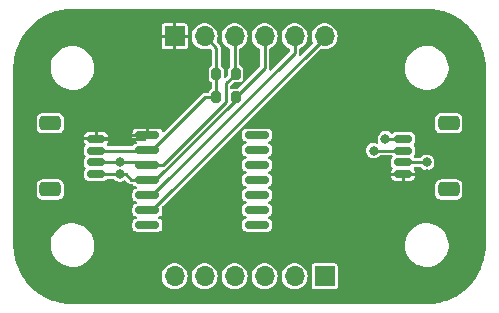
<source format=gbr>
%TF.GenerationSoftware,KiCad,Pcbnew,7.0.6*%
%TF.CreationDate,2023-09-04T11:25:06+01:00*%
%TF.ProjectId,working,776f726b-696e-4672-9e6b-696361645f70,rev?*%
%TF.SameCoordinates,Original*%
%TF.FileFunction,Copper,L1,Top*%
%TF.FilePolarity,Positive*%
%FSLAX46Y46*%
G04 Gerber Fmt 4.6, Leading zero omitted, Abs format (unit mm)*
G04 Created by KiCad (PCBNEW 7.0.6) date 2023-09-04 11:25:06*
%MOMM*%
%LPD*%
G01*
G04 APERTURE LIST*
G04 Aperture macros list*
%AMRoundRect*
0 Rectangle with rounded corners*
0 $1 Rounding radius*
0 $2 $3 $4 $5 $6 $7 $8 $9 X,Y pos of 4 corners*
0 Add a 4 corners polygon primitive as box body*
4,1,4,$2,$3,$4,$5,$6,$7,$8,$9,$2,$3,0*
0 Add four circle primitives for the rounded corners*
1,1,$1+$1,$2,$3*
1,1,$1+$1,$4,$5*
1,1,$1+$1,$6,$7*
1,1,$1+$1,$8,$9*
0 Add four rect primitives between the rounded corners*
20,1,$1+$1,$2,$3,$4,$5,0*
20,1,$1+$1,$4,$5,$6,$7,0*
20,1,$1+$1,$6,$7,$8,$9,0*
20,1,$1+$1,$8,$9,$2,$3,0*%
G04 Aperture macros list end*
%TA.AperFunction,SMDPad,CuDef*%
%ADD10RoundRect,0.200000X-0.200000X-0.275000X0.200000X-0.275000X0.200000X0.275000X-0.200000X0.275000X0*%
%TD*%
%TA.AperFunction,ComponentPad*%
%ADD11R,1.700000X1.700000*%
%TD*%
%TA.AperFunction,ComponentPad*%
%ADD12O,1.700000X1.700000*%
%TD*%
%TA.AperFunction,SMDPad,CuDef*%
%ADD13RoundRect,0.150000X-0.625000X0.150000X-0.625000X-0.150000X0.625000X-0.150000X0.625000X0.150000X0*%
%TD*%
%TA.AperFunction,SMDPad,CuDef*%
%ADD14RoundRect,0.250000X-0.650000X0.350000X-0.650000X-0.350000X0.650000X-0.350000X0.650000X0.350000X0*%
%TD*%
%TA.AperFunction,SMDPad,CuDef*%
%ADD15RoundRect,0.150000X0.625000X-0.150000X0.625000X0.150000X-0.625000X0.150000X-0.625000X-0.150000X0*%
%TD*%
%TA.AperFunction,SMDPad,CuDef*%
%ADD16RoundRect,0.250000X0.650000X-0.350000X0.650000X0.350000X-0.650000X0.350000X-0.650000X-0.350000X0*%
%TD*%
%TA.AperFunction,SMDPad,CuDef*%
%ADD17RoundRect,0.150000X-0.875000X-0.150000X0.875000X-0.150000X0.875000X0.150000X-0.875000X0.150000X0*%
%TD*%
%TA.AperFunction,ViaPad*%
%ADD18C,0.800000*%
%TD*%
%TA.AperFunction,Conductor*%
%ADD19C,0.250000*%
%TD*%
G04 APERTURE END LIST*
D10*
%TO.P,R1,2*%
%TO.N,/sda_3v3*%
X-1175000Y7000000D03*
%TO.P,R1,1*%
%TO.N,+3V3*%
X-2825000Y7000000D03*
%TD*%
%TO.P,R2,2*%
%TO.N,/scl_3v3*%
X-1175000Y5000000D03*
%TO.P,R2,1*%
%TO.N,+3V3*%
X-2825000Y5000000D03*
%TD*%
D11*
%TO.P,J3,1,Pin_1*%
%TO.N,GND*%
X-6350000Y10160000D03*
D12*
%TO.P,J3,2,Pin_2*%
%TO.N,+3V3*%
X-3810000Y10160000D03*
%TO.P,J3,3,Pin_3*%
%TO.N,/sda_3v3*%
X-1270000Y10160000D03*
%TO.P,J3,4,Pin_4*%
%TO.N,/scl_3v3*%
X1270000Y10160000D03*
%TO.P,J3,5,Pin_5*%
%TO.N,/cs*%
X3810000Y10160000D03*
%TO.P,J3,6,Pin_6*%
%TO.N,/address*%
X6350000Y10160000D03*
%TD*%
D13*
%TO.P,J2,1,Pin_1*%
%TO.N,GND*%
X-13000000Y1500000D03*
%TO.P,J2,2,Pin_2*%
%TO.N,+3V3*%
X-13000000Y500000D03*
%TO.P,J2,3,Pin_3*%
%TO.N,/sda_3v3*%
X-13000000Y-500000D03*
%TO.P,J2,4,Pin_4*%
%TO.N,/scl_3v3*%
X-13000000Y-1500000D03*
D14*
%TO.P,J2,MP*%
%TO.N,N/C*%
X-16875000Y2800000D03*
X-16875000Y-2800000D03*
%TD*%
D11*
%TO.P,J4,1,Pin_1*%
%TO.N,unconnected-(J4-Pin_1-Pad1)*%
X6350000Y-10160000D03*
D12*
%TO.P,J4,2,Pin_2*%
%TO.N,unconnected-(J4-Pin_2-Pad2)*%
X3810000Y-10160000D03*
%TO.P,J4,3,Pin_3*%
%TO.N,unconnected-(J4-Pin_3-Pad3)*%
X1270000Y-10160000D03*
%TO.P,J4,4,Pin_4*%
%TO.N,unconnected-(J4-Pin_4-Pad4)*%
X-1270000Y-10160000D03*
%TO.P,J4,5,Pin_5*%
%TO.N,unconnected-(J4-Pin_5-Pad5)*%
X-3810000Y-10160000D03*
%TO.P,J4,6,Pin_6*%
%TO.N,unconnected-(J4-Pin_6-Pad6)*%
X-6350000Y-10160000D03*
%TD*%
D15*
%TO.P,J1,1,Pin_1*%
%TO.N,GND*%
X13000000Y-1500000D03*
%TO.P,J1,2,Pin_2*%
%TO.N,+3V3*%
X13000000Y-500000D03*
%TO.P,J1,3,Pin_3*%
%TO.N,/sda_3v3*%
X13000000Y500000D03*
%TO.P,J1,4,Pin_4*%
%TO.N,/scl_3v3*%
X13000000Y1500000D03*
D16*
%TO.P,J1,MP*%
%TO.N,N/C*%
X16875000Y-2800000D03*
X16875000Y2800000D03*
%TD*%
D17*
%TO.P,U1,1,___gnd*%
%TO.N,GND*%
X-8650000Y1810000D03*
%TO.P,U1,2,___3v3*%
%TO.N,+3V3*%
X-8650000Y540000D03*
%TO.P,U1,3,___sda_3v3*%
%TO.N,/sda_3v3*%
X-8650000Y-730000D03*
%TO.P,U1,4,___scl_3v3*%
%TO.N,/scl_3v3*%
X-8650000Y-2000000D03*
%TO.P,U1,5,___cs*%
%TO.N,/cs*%
X-8650000Y-3270000D03*
%TO.P,U1,6,___address*%
%TO.N,/address*%
X-8650000Y-4540000D03*
%TO.P,U1,7,___pin_7*%
%TO.N,unconnected-(U1-___pin_7-Pad7)*%
X-8650000Y-5810000D03*
%TO.P,U1,8,___pin_8*%
%TO.N,unconnected-(U1-___pin_8-Pad8)*%
X650000Y-5810000D03*
%TO.P,U1,9,___pin_9*%
%TO.N,unconnected-(U1-___pin_9-Pad9)*%
X650000Y-4540000D03*
%TO.P,U1,10,___pin_10*%
%TO.N,unconnected-(U1-___pin_10-Pad10)*%
X650000Y-3270000D03*
%TO.P,U1,11,___pin_11*%
%TO.N,unconnected-(U1-___pin_11-Pad11)*%
X650000Y-2000000D03*
%TO.P,U1,12,___pin_12*%
%TO.N,unconnected-(U1-___pin_12-Pad12)*%
X650000Y-730000D03*
%TO.P,U1,13,___pin_13*%
%TO.N,unconnected-(U1-___pin_13-Pad13)*%
X650000Y540000D03*
%TO.P,U1,14,___pin_14*%
%TO.N,unconnected-(U1-___pin_14-Pad14)*%
X650000Y1810000D03*
%TD*%
D18*
%TO.N,GND*%
X15000000Y-1500000D03*
%TO.N,+3V3*%
X15000000Y-500000D03*
%TO.N,/scl_3v3*%
X11500000Y1500000D03*
%TO.N,/sda_3v3*%
X10500000Y500000D03*
%TO.N,/scl_3v3*%
X-11000000Y-1500000D03*
%TO.N,/sda_3v3*%
X-11000000Y-500000D03*
%TD*%
D19*
%TO.N,+3V3*%
X-8223249Y540000D02*
X-3763249Y5000000D01*
X-3763249Y5000000D02*
X-2825000Y5000000D01*
X-8650000Y540000D02*
X-8223249Y540000D01*
%TO.N,/address*%
X6350000Y10033249D02*
X6350000Y10160000D01*
X-8223249Y-4540000D02*
X6350000Y10033249D01*
X-8650000Y-4540000D02*
X-8223249Y-4540000D01*
%TO.N,/cs*%
X3810000Y8763249D02*
X3810000Y10160000D01*
X-8650000Y-3270000D02*
X-8223249Y-3270000D01*
X-8223249Y-3270000D02*
X3810000Y8763249D01*
%TO.N,GND*%
X13000000Y-1500000D02*
X15000000Y-1500000D01*
%TO.N,+3V3*%
X13000000Y-500000D02*
X15000000Y-500000D01*
%TO.N,/scl_3v3*%
X13000000Y1500000D02*
X11500000Y1500000D01*
%TO.N,/sda_3v3*%
X10500000Y500000D02*
X13000000Y500000D01*
%TO.N,/scl_3v3*%
X-10000000Y-2000000D02*
X-8650000Y-2000000D01*
X-10500000Y-1500000D02*
X-10000000Y-2000000D01*
X-13000000Y-1500000D02*
X-10500000Y-1500000D01*
%TO.N,/sda_3v3*%
X-8880000Y-500000D02*
X-8650000Y-730000D01*
X-13000000Y-500000D02*
X-8880000Y-500000D01*
%TO.N,+3V3*%
X-8690000Y500000D02*
X-8650000Y540000D01*
X-13000000Y500000D02*
X-8690000Y500000D01*
%TO.N,GND*%
X-8960000Y1500000D02*
X-8650000Y1810000D01*
X-13000000Y1500000D02*
X-8960000Y1500000D01*
%TO.N,/scl_3v3*%
X-1175000Y4796142D02*
X-1175000Y5000000D01*
X-7971142Y-2000000D02*
X-1175000Y4796142D01*
X-8650000Y-2000000D02*
X-7971142Y-2000000D01*
%TO.N,/sda_3v3*%
X-2000000Y6175000D02*
X-1175000Y7000000D01*
X-2000000Y4607538D02*
X-2000000Y6175000D01*
X-7337538Y-730000D02*
X-2000000Y4607538D01*
X-8650000Y-730000D02*
X-7337538Y-730000D01*
%TO.N,/scl_3v3*%
X1270000Y7445000D02*
X1270000Y10160000D01*
X-1175000Y5000000D02*
X1270000Y7445000D01*
%TO.N,/sda_3v3*%
X-1270000Y7095000D02*
X-1270000Y10160000D01*
X-1175000Y7000000D02*
X-1270000Y7095000D01*
%TO.N,+3V3*%
X-2825000Y7000000D02*
X-2825000Y5000000D01*
X-2825000Y9175000D02*
X-2825000Y7000000D01*
X-3810000Y10160000D02*
X-2825000Y9175000D01*
%TD*%
%TA.AperFunction,Conductor*%
%TO.N,GND*%
G36*
X15217271Y12490513D02*
G01*
X15416421Y12481817D01*
X15420386Y12481484D01*
X15636680Y12454524D01*
X15837736Y12428053D01*
X15841434Y12427423D01*
X16054173Y12382818D01*
X16252959Y12338748D01*
X16256371Y12337863D01*
X16464503Y12275899D01*
X16659043Y12214559D01*
X16662152Y12213464D01*
X16864433Y12134536D01*
X17053118Y12056380D01*
X17055915Y12055118D01*
X17250992Y11959751D01*
X17432327Y11865354D01*
X17434809Y11863970D01*
X17621382Y11752797D01*
X17793940Y11642864D01*
X17796107Y11641402D01*
X17972918Y11515162D01*
X18135352Y11390521D01*
X18137211Y11389023D01*
X18303059Y11248557D01*
X18454895Y11109425D01*
X18609425Y10954895D01*
X18748557Y10803059D01*
X18889023Y10637211D01*
X18890521Y10635352D01*
X19015162Y10472918D01*
X19141402Y10296107D01*
X19142864Y10293940D01*
X19252797Y10121382D01*
X19363970Y9934809D01*
X19365354Y9932327D01*
X19459751Y9750992D01*
X19555118Y9555915D01*
X19556380Y9553118D01*
X19634536Y9364433D01*
X19713464Y9162152D01*
X19714559Y9159043D01*
X19775899Y8964503D01*
X19837863Y8756371D01*
X19838748Y8752959D01*
X19882818Y8554173D01*
X19927423Y8341434D01*
X19928053Y8337736D01*
X19954524Y8136680D01*
X19981484Y7920386D01*
X19981817Y7916421D01*
X19990513Y7717271D01*
X19999500Y7500000D01*
X19999500Y-7500000D01*
X19990513Y-7717271D01*
X19981817Y-7916421D01*
X19981484Y-7920386D01*
X19954524Y-8136680D01*
X19928053Y-8337736D01*
X19927423Y-8341434D01*
X19882818Y-8554173D01*
X19838748Y-8752959D01*
X19837863Y-8756371D01*
X19775899Y-8964503D01*
X19714559Y-9159043D01*
X19713464Y-9162152D01*
X19634536Y-9364433D01*
X19556380Y-9553118D01*
X19555118Y-9555915D01*
X19459751Y-9750992D01*
X19365354Y-9932327D01*
X19363970Y-9934809D01*
X19252797Y-10121382D01*
X19142864Y-10293940D01*
X19141402Y-10296107D01*
X19015162Y-10472918D01*
X18890521Y-10635352D01*
X18889023Y-10637211D01*
X18748557Y-10803059D01*
X18609425Y-10954895D01*
X18454895Y-11109425D01*
X18303059Y-11248557D01*
X18137211Y-11389023D01*
X18135352Y-11390521D01*
X17972918Y-11515162D01*
X17796107Y-11641402D01*
X17793940Y-11642864D01*
X17621382Y-11752797D01*
X17434809Y-11863970D01*
X17432327Y-11865354D01*
X17250992Y-11959751D01*
X17055915Y-12055118D01*
X17053118Y-12056380D01*
X16864433Y-12134536D01*
X16662152Y-12213464D01*
X16659043Y-12214559D01*
X16464503Y-12275899D01*
X16256371Y-12337863D01*
X16252959Y-12338748D01*
X16054173Y-12382818D01*
X15841434Y-12427423D01*
X15837736Y-12428053D01*
X15636680Y-12454524D01*
X15420386Y-12481484D01*
X15416421Y-12481817D01*
X15217271Y-12490513D01*
X15000000Y-12499500D01*
X-15000000Y-12499500D01*
X-15217271Y-12490513D01*
X-15416421Y-12481817D01*
X-15420386Y-12481484D01*
X-15636680Y-12454524D01*
X-15837736Y-12428053D01*
X-15841434Y-12427423D01*
X-16054173Y-12382818D01*
X-16252959Y-12338748D01*
X-16256371Y-12337863D01*
X-16464503Y-12275899D01*
X-16659043Y-12214559D01*
X-16662152Y-12213464D01*
X-16864433Y-12134536D01*
X-17053118Y-12056380D01*
X-17055915Y-12055118D01*
X-17250992Y-11959751D01*
X-17432327Y-11865354D01*
X-17434809Y-11863970D01*
X-17621382Y-11752797D01*
X-17793940Y-11642864D01*
X-17796107Y-11641402D01*
X-17972918Y-11515162D01*
X-18135352Y-11390521D01*
X-18137211Y-11389023D01*
X-18303059Y-11248557D01*
X-18454895Y-11109425D01*
X-18609425Y-10954895D01*
X-18748557Y-10803059D01*
X-18889023Y-10637211D01*
X-18890521Y-10635352D01*
X-19015162Y-10472918D01*
X-19141402Y-10296107D01*
X-19142864Y-10293940D01*
X-19228194Y-10160000D01*
X-7455215Y-10160000D01*
X-7436397Y-10363083D01*
X-7380582Y-10559250D01*
X-7289673Y-10741821D01*
X-7166764Y-10904579D01*
X-7016041Y-11041981D01*
X-6842637Y-11149348D01*
X-6652456Y-11223024D01*
X-6451976Y-11260500D01*
X-6248024Y-11260500D01*
X-6047544Y-11223024D01*
X-5857363Y-11149348D01*
X-5683959Y-11041981D01*
X-5533236Y-10904579D01*
X-5410327Y-10741821D01*
X-5319418Y-10559250D01*
X-5263603Y-10363083D01*
X-5244785Y-10160000D01*
X-4915215Y-10160000D01*
X-4896397Y-10363083D01*
X-4840582Y-10559250D01*
X-4749673Y-10741821D01*
X-4626764Y-10904579D01*
X-4476041Y-11041981D01*
X-4302637Y-11149348D01*
X-4112456Y-11223024D01*
X-3911976Y-11260500D01*
X-3708024Y-11260500D01*
X-3507544Y-11223024D01*
X-3317363Y-11149348D01*
X-3143959Y-11041981D01*
X-2993236Y-10904579D01*
X-2870327Y-10741821D01*
X-2779418Y-10559250D01*
X-2723603Y-10363083D01*
X-2704785Y-10160000D01*
X-2375215Y-10160000D01*
X-2356397Y-10363083D01*
X-2300582Y-10559250D01*
X-2209673Y-10741821D01*
X-2086764Y-10904579D01*
X-1936041Y-11041981D01*
X-1762637Y-11149348D01*
X-1572456Y-11223024D01*
X-1371976Y-11260500D01*
X-1168024Y-11260500D01*
X-967544Y-11223024D01*
X-777363Y-11149348D01*
X-603959Y-11041981D01*
X-453236Y-10904579D01*
X-330327Y-10741821D01*
X-239418Y-10559250D01*
X-183603Y-10363083D01*
X-164785Y-10160000D01*
X164785Y-10160000D01*
X183603Y-10363083D01*
X239418Y-10559250D01*
X330327Y-10741821D01*
X453236Y-10904579D01*
X603959Y-11041981D01*
X777363Y-11149348D01*
X967544Y-11223024D01*
X1168024Y-11260500D01*
X1371976Y-11260500D01*
X1572456Y-11223024D01*
X1762637Y-11149348D01*
X1936041Y-11041981D01*
X2086764Y-10904579D01*
X2209673Y-10741821D01*
X2300582Y-10559250D01*
X2356397Y-10363083D01*
X2375215Y-10160000D01*
X2704785Y-10160000D01*
X2723603Y-10363083D01*
X2779418Y-10559250D01*
X2870327Y-10741821D01*
X2993236Y-10904579D01*
X3143959Y-11041981D01*
X3317363Y-11149348D01*
X3507544Y-11223024D01*
X3708024Y-11260500D01*
X3911976Y-11260500D01*
X4112456Y-11223024D01*
X4302637Y-11149348D01*
X4476041Y-11041981D01*
X4484059Y-11034672D01*
X5249500Y-11034672D01*
X5249501Y-11034684D01*
X5264033Y-11107736D01*
X5264035Y-11107742D01*
X5319397Y-11190599D01*
X5319399Y-11190601D01*
X5402260Y-11245966D01*
X5457808Y-11257015D01*
X5475315Y-11260498D01*
X5475320Y-11260498D01*
X5475326Y-11260500D01*
X5475327Y-11260500D01*
X7224673Y-11260500D01*
X7224674Y-11260500D01*
X7297740Y-11245966D01*
X7380601Y-11190601D01*
X7435966Y-11107740D01*
X7450500Y-11034674D01*
X7450500Y-9285326D01*
X7435966Y-9212260D01*
X7408165Y-9170652D01*
X7380602Y-9129400D01*
X7380599Y-9129397D01*
X7297742Y-9074035D01*
X7297740Y-9074034D01*
X7297737Y-9074033D01*
X7297736Y-9074033D01*
X7224684Y-9059501D01*
X7224674Y-9059500D01*
X5475326Y-9059500D01*
X5475325Y-9059500D01*
X5475315Y-9059501D01*
X5402263Y-9074033D01*
X5402257Y-9074035D01*
X5319400Y-9129397D01*
X5319397Y-9129400D01*
X5264035Y-9212257D01*
X5264033Y-9212263D01*
X5249501Y-9285315D01*
X5249500Y-9285327D01*
X5249500Y-11034672D01*
X4484059Y-11034672D01*
X4626764Y-10904579D01*
X4749673Y-10741821D01*
X4840582Y-10559250D01*
X4896397Y-10363083D01*
X4915215Y-10160000D01*
X4896397Y-9956917D01*
X4840582Y-9760750D01*
X4749673Y-9578179D01*
X4626764Y-9415421D01*
X4476041Y-9278019D01*
X4302637Y-9170652D01*
X4112456Y-9096976D01*
X4112455Y-9096975D01*
X4112453Y-9096975D01*
X3911976Y-9059500D01*
X3708024Y-9059500D01*
X3507546Y-9096975D01*
X3453161Y-9118044D01*
X3317363Y-9170652D01*
X3250164Y-9212260D01*
X3143959Y-9278019D01*
X2993237Y-9415420D01*
X2870328Y-9578177D01*
X2870323Y-9578186D01*
X2779419Y-9760747D01*
X2779418Y-9760750D01*
X2723603Y-9956917D01*
X2704785Y-10160000D01*
X2375215Y-10160000D01*
X2356397Y-9956917D01*
X2300582Y-9760750D01*
X2209673Y-9578179D01*
X2086764Y-9415421D01*
X1936041Y-9278019D01*
X1762637Y-9170652D01*
X1572456Y-9096976D01*
X1572455Y-9096975D01*
X1572453Y-9096975D01*
X1371976Y-9059500D01*
X1168024Y-9059500D01*
X967546Y-9096975D01*
X913161Y-9118044D01*
X777363Y-9170652D01*
X710164Y-9212260D01*
X603959Y-9278019D01*
X453237Y-9415420D01*
X330328Y-9578177D01*
X330323Y-9578186D01*
X239419Y-9760747D01*
X239418Y-9760750D01*
X183603Y-9956917D01*
X164785Y-10160000D01*
X-164785Y-10160000D01*
X-183603Y-9956917D01*
X-239418Y-9760750D01*
X-239419Y-9760747D01*
X-330323Y-9578186D01*
X-330328Y-9578177D01*
X-453237Y-9415420D01*
X-603959Y-9278019D01*
X-710164Y-9212260D01*
X-777363Y-9170652D01*
X-913161Y-9118044D01*
X-967546Y-9096975D01*
X-1168024Y-9059500D01*
X-1371976Y-9059500D01*
X-1572453Y-9096975D01*
X-1572455Y-9096975D01*
X-1572456Y-9096976D01*
X-1762637Y-9170652D01*
X-1936041Y-9278019D01*
X-2086764Y-9415421D01*
X-2209673Y-9578179D01*
X-2300582Y-9760750D01*
X-2356397Y-9956917D01*
X-2375215Y-10160000D01*
X-2704785Y-10160000D01*
X-2723603Y-9956917D01*
X-2779418Y-9760750D01*
X-2779419Y-9760747D01*
X-2870323Y-9578186D01*
X-2870328Y-9578177D01*
X-2993237Y-9415420D01*
X-3143959Y-9278019D01*
X-3250164Y-9212260D01*
X-3317363Y-9170652D01*
X-3453161Y-9118044D01*
X-3507546Y-9096975D01*
X-3708024Y-9059500D01*
X-3911976Y-9059500D01*
X-4112453Y-9096975D01*
X-4112455Y-9096975D01*
X-4112456Y-9096976D01*
X-4302637Y-9170652D01*
X-4476041Y-9278019D01*
X-4626764Y-9415421D01*
X-4749673Y-9578179D01*
X-4840582Y-9760750D01*
X-4896397Y-9956917D01*
X-4915215Y-10160000D01*
X-5244785Y-10160000D01*
X-5263603Y-9956917D01*
X-5319418Y-9760750D01*
X-5319419Y-9760747D01*
X-5410323Y-9578186D01*
X-5410328Y-9578177D01*
X-5533237Y-9415420D01*
X-5683959Y-9278019D01*
X-5790164Y-9212260D01*
X-5857363Y-9170652D01*
X-5993161Y-9118044D01*
X-6047546Y-9096975D01*
X-6248024Y-9059500D01*
X-6451976Y-9059500D01*
X-6652453Y-9096975D01*
X-6652455Y-9096975D01*
X-6652456Y-9096976D01*
X-6842637Y-9170652D01*
X-7016041Y-9278019D01*
X-7166764Y-9415421D01*
X-7289673Y-9578179D01*
X-7380582Y-9760750D01*
X-7436397Y-9956917D01*
X-7455215Y-10160000D01*
X-19228194Y-10160000D01*
X-19252797Y-10121382D01*
X-19363970Y-9934809D01*
X-19365354Y-9932327D01*
X-19459751Y-9750992D01*
X-19555118Y-9555915D01*
X-19556380Y-9553118D01*
X-19634536Y-9364433D01*
X-19713464Y-9162152D01*
X-19714559Y-9159043D01*
X-19775899Y-8964503D01*
X-19837863Y-8756371D01*
X-19838748Y-8752959D01*
X-19882818Y-8554173D01*
X-19927423Y-8341434D01*
X-19928053Y-8337736D01*
X-19954524Y-8136680D01*
X-19981484Y-7920386D01*
X-19981817Y-7916421D01*
X-19990513Y-7717271D01*
X-19996697Y-7567765D01*
X-16854212Y-7567765D01*
X-16824586Y-7837018D01*
X-16756072Y-8099088D01*
X-16650130Y-8348390D01*
X-16509018Y-8579610D01*
X-16335745Y-8787820D01*
X-16134002Y-8968582D01*
X-15908090Y-9118044D01*
X-15908086Y-9118045D01*
X-15908086Y-9118046D01*
X-15879258Y-9131559D01*
X-15662824Y-9233020D01*
X-15403431Y-9311060D01*
X-15236160Y-9335677D01*
X-15135440Y-9350500D01*
X-15135439Y-9350500D01*
X-14932367Y-9350500D01*
X-14864860Y-9345559D01*
X-14729844Y-9335677D01*
X-14465447Y-9276780D01*
X-14212442Y-9180014D01*
X-13976223Y-9047441D01*
X-13874096Y-8968582D01*
X-13761826Y-8881891D01*
X-13671129Y-8787818D01*
X-13573814Y-8686881D01*
X-13459469Y-8527057D01*
X-13416199Y-8466577D01*
X-13292342Y-8225671D01*
X-13204884Y-7969312D01*
X-13204881Y-7969301D01*
X-13155680Y-7702930D01*
X-13150741Y-7567765D01*
X13145788Y-7567765D01*
X13175414Y-7837020D01*
X13197209Y-7920386D01*
X13243928Y-8099088D01*
X13349870Y-8348390D01*
X13421999Y-8466577D01*
X13490983Y-8579612D01*
X13664253Y-8787818D01*
X13861445Y-8964503D01*
X13865998Y-8968582D01*
X14060064Y-9096975D01*
X14091913Y-9118046D01*
X14204133Y-9170652D01*
X14337176Y-9233020D01*
X14482628Y-9276780D01*
X14596555Y-9311056D01*
X14596559Y-9311057D01*
X14596569Y-9311060D01*
X14763840Y-9335677D01*
X14864560Y-9350500D01*
X14864561Y-9350500D01*
X15067633Y-9350500D01*
X15125495Y-9346264D01*
X15270156Y-9335677D01*
X15534553Y-9276780D01*
X15787558Y-9180014D01*
X16023777Y-9047441D01*
X16238177Y-8881888D01*
X16426186Y-8686881D01*
X16583799Y-8466579D01*
X16707656Y-8225675D01*
X16795118Y-7969305D01*
X16844319Y-7702933D01*
X16854212Y-7432235D01*
X16824586Y-7162982D01*
X16756072Y-6900912D01*
X16650130Y-6651610D01*
X16509018Y-6420390D01*
X16459177Y-6360500D01*
X16335746Y-6212181D01*
X16134007Y-6031422D01*
X16134004Y-6031420D01*
X16134002Y-6031418D01*
X15984489Y-5932501D01*
X15908086Y-5881953D01*
X15662822Y-5766979D01*
X15403444Y-5688943D01*
X15403428Y-5688939D01*
X15135440Y-5649500D01*
X15135439Y-5649500D01*
X14932369Y-5649500D01*
X14932367Y-5649500D01*
X14729848Y-5664322D01*
X14465450Y-5723219D01*
X14212439Y-5819987D01*
X13976219Y-5952561D01*
X13761826Y-6118108D01*
X13573814Y-6313119D01*
X13416199Y-6533422D01*
X13292342Y-6774328D01*
X13204884Y-7030687D01*
X13204881Y-7030698D01*
X13155680Y-7297069D01*
X13145788Y-7567765D01*
X-13150741Y-7567765D01*
X-13145788Y-7432232D01*
X-13175414Y-7162979D01*
X-13243927Y-6900914D01*
X-13349867Y-6651616D01*
X-13349870Y-6651610D01*
X-13490983Y-6420387D01*
X-13664253Y-6212181D01*
X-13865992Y-6031422D01*
X-14091913Y-5881953D01*
X-14337177Y-5766979D01*
X-14596555Y-5688943D01*
X-14596571Y-5688939D01*
X-14864560Y-5649500D01*
X-14864561Y-5649500D01*
X-15067631Y-5649500D01*
X-15067633Y-5649500D01*
X-15270151Y-5664322D01*
X-15270155Y-5664322D01*
X-15270156Y-5664323D01*
X-15534553Y-5723220D01*
X-15787558Y-5819986D01*
X-16023777Y-5952559D01*
X-16023778Y-5952560D01*
X-16023780Y-5952561D01*
X-16238173Y-6118108D01*
X-16238176Y-6118111D01*
X-16238177Y-6118112D01*
X-16426186Y-6313119D01*
X-16583799Y-6533421D01*
X-16707656Y-6774325D01*
X-16795118Y-7030695D01*
X-16844319Y-7297067D01*
X-16854212Y-7567765D01*
X-19996697Y-7567765D01*
X-19999500Y-7500000D01*
X-19999500Y-2402127D01*
X-18025500Y-2402127D01*
X-18025499Y-3197872D01*
X-18019091Y-3257483D01*
X-17968796Y-3392331D01*
X-17882546Y-3507546D01*
X-17767331Y-3593796D01*
X-17767329Y-3593796D01*
X-17767329Y-3593797D01*
X-17679305Y-3626627D01*
X-17632483Y-3644091D01*
X-17572873Y-3650500D01*
X-16177128Y-3650499D01*
X-16117517Y-3644091D01*
X-16117514Y-3644090D01*
X-15982670Y-3593797D01*
X-15867458Y-3507549D01*
X-15867457Y-3507548D01*
X-15867454Y-3507546D01*
X-15825511Y-3451518D01*
X-15781202Y-3392329D01*
X-15730910Y-3257488D01*
X-15730908Y-3257477D01*
X-15724500Y-3197870D01*
X-15724500Y-2402133D01*
X-15724501Y-2402129D01*
X-15730908Y-2342519D01*
X-15730909Y-2342514D01*
X-15781202Y-2207670D01*
X-15867450Y-2092458D01*
X-15867458Y-2092450D01*
X-15982670Y-2006202D01*
X-16117511Y-1955910D01*
X-16117522Y-1955908D01*
X-16158209Y-1951533D01*
X-16177127Y-1949500D01*
X-16177128Y-1949500D01*
X-16177129Y-1949500D01*
X-17572866Y-1949500D01*
X-17572869Y-1949500D01*
X-17572872Y-1949501D01*
X-17587229Y-1951044D01*
X-17632480Y-1955908D01*
X-17632485Y-1955909D01*
X-17767329Y-2006202D01*
X-17826503Y-2050500D01*
X-17882546Y-2092454D01*
X-17882548Y-2092457D01*
X-17882549Y-2092458D01*
X-17968797Y-2207670D01*
X-18017179Y-2337390D01*
X-18019091Y-2342517D01*
X-18025500Y-2402127D01*
X-19999500Y-2402127D01*
X-19999500Y-1318481D01*
X-14025500Y-1318481D01*
X-14025499Y-1681518D01*
X-14010646Y-1775304D01*
X-13953050Y-1888342D01*
X-13863342Y-1978050D01*
X-13750304Y-2035646D01*
X-13656519Y-2050500D01*
X-12343482Y-2050499D01*
X-12343478Y-2050499D01*
X-12343476Y-2050498D01*
X-12249700Y-2035647D01*
X-12249698Y-2035646D01*
X-12249696Y-2035646D01*
X-12136658Y-1978050D01*
X-12063102Y-1904494D01*
X-12008588Y-1876719D01*
X-11993101Y-1875500D01*
X-11583188Y-1875500D01*
X-11524997Y-1894407D01*
X-11501711Y-1918262D01*
X-11490483Y-1934530D01*
X-11372240Y-2039283D01*
X-11232365Y-2112696D01*
X-11078985Y-2150500D01*
X-11078982Y-2150500D01*
X-10921018Y-2150500D01*
X-10921015Y-2150500D01*
X-10767635Y-2112696D01*
X-10627760Y-2039283D01*
X-10625396Y-2037189D01*
X-10623583Y-2036399D01*
X-10622832Y-2035881D01*
X-10622730Y-2036028D01*
X-10569303Y-2012756D01*
X-10509559Y-2025960D01*
X-10489750Y-2041286D01*
X-10300308Y-2230728D01*
X-10287441Y-2246574D01*
X-10280084Y-2257836D01*
X-10251455Y-2280118D01*
X-10246870Y-2284166D01*
X-10243518Y-2287520D01*
X-10224504Y-2301094D01*
X-10181189Y-2334809D01*
X-10181185Y-2334810D01*
X-10181186Y-2334810D01*
X-10174287Y-2338543D01*
X-10167201Y-2342008D01*
X-10167199Y-2342010D01*
X-10114596Y-2357670D01*
X-10062660Y-2375500D01*
X-10062655Y-2375500D01*
X-10054926Y-2376790D01*
X-10047095Y-2377765D01*
X-10047088Y-2377768D01*
X-9992244Y-2375500D01*
X-9906899Y-2375500D01*
X-9848708Y-2394407D01*
X-9836901Y-2404490D01*
X-9763342Y-2478050D01*
X-9650304Y-2535646D01*
X-9640374Y-2537218D01*
X-9585860Y-2564993D01*
X-9558080Y-2619508D01*
X-9567650Y-2679941D01*
X-9610913Y-2723207D01*
X-9640371Y-2732780D01*
X-9650302Y-2734353D01*
X-9650304Y-2734354D01*
X-9763342Y-2791950D01*
X-9853050Y-2881658D01*
X-9910646Y-2994696D01*
X-9925500Y-3088481D01*
X-9925499Y-3451518D01*
X-9910646Y-3545304D01*
X-9853050Y-3658342D01*
X-9763342Y-3748050D01*
X-9650304Y-3805646D01*
X-9640374Y-3807218D01*
X-9585860Y-3834993D01*
X-9558080Y-3889508D01*
X-9567650Y-3949941D01*
X-9610913Y-3993207D01*
X-9640371Y-4002780D01*
X-9650302Y-4004353D01*
X-9650304Y-4004354D01*
X-9763342Y-4061950D01*
X-9853050Y-4151658D01*
X-9910646Y-4264696D01*
X-9925500Y-4358481D01*
X-9925499Y-4721518D01*
X-9910646Y-4815304D01*
X-9853050Y-4928342D01*
X-9763342Y-5018050D01*
X-9650304Y-5075646D01*
X-9640374Y-5077218D01*
X-9585860Y-5104993D01*
X-9558080Y-5159508D01*
X-9567650Y-5219941D01*
X-9610913Y-5263207D01*
X-9640371Y-5272780D01*
X-9650302Y-5274353D01*
X-9650304Y-5274354D01*
X-9763342Y-5331950D01*
X-9853050Y-5421658D01*
X-9910646Y-5534696D01*
X-9925500Y-5628481D01*
X-9925499Y-5991518D01*
X-9910646Y-6085304D01*
X-9853050Y-6198342D01*
X-9763342Y-6288050D01*
X-9650304Y-6345646D01*
X-9556519Y-6360500D01*
X-7743482Y-6360499D01*
X-7743478Y-6360499D01*
X-7743476Y-6360498D01*
X-7649700Y-6345647D01*
X-7649698Y-6345646D01*
X-7649696Y-6345646D01*
X-7536658Y-6288050D01*
X-7446950Y-6198342D01*
X-7389354Y-6085304D01*
X-7380819Y-6031418D01*
X-7374500Y-5991522D01*
X-7374500Y-5628481D01*
X-625500Y-5628481D01*
X-625499Y-5991518D01*
X-610646Y-6085304D01*
X-553050Y-6198342D01*
X-463342Y-6288050D01*
X-350304Y-6345646D01*
X-256519Y-6360500D01*
X1556518Y-6360499D01*
X1556521Y-6360499D01*
X1556522Y-6360498D01*
X1603411Y-6353072D01*
X1650299Y-6345647D01*
X1650299Y-6345646D01*
X1650304Y-6345646D01*
X1763342Y-6288050D01*
X1853050Y-6198342D01*
X1910646Y-6085304D01*
X1925500Y-5991519D01*
X1925499Y-5628482D01*
X1910646Y-5534696D01*
X1853050Y-5421658D01*
X1763342Y-5331950D01*
X1650304Y-5274354D01*
X1650306Y-5274354D01*
X1640372Y-5272781D01*
X1585856Y-5245002D01*
X1558080Y-5190485D01*
X1567652Y-5130053D01*
X1610917Y-5086790D01*
X1640376Y-5077218D01*
X1650304Y-5075646D01*
X1763342Y-5018050D01*
X1853050Y-4928342D01*
X1910646Y-4815304D01*
X1925500Y-4721519D01*
X1925499Y-4358482D01*
X1910646Y-4264696D01*
X1853050Y-4151658D01*
X1763342Y-4061950D01*
X1650304Y-4004354D01*
X1650306Y-4004354D01*
X1640372Y-4002781D01*
X1585856Y-3975002D01*
X1558080Y-3920485D01*
X1567652Y-3860053D01*
X1610917Y-3816790D01*
X1640376Y-3807218D01*
X1650304Y-3805646D01*
X1763342Y-3748050D01*
X1853050Y-3658342D01*
X1910646Y-3545304D01*
X1925500Y-3451519D01*
X1925499Y-3197866D01*
X15724500Y-3197866D01*
X15724501Y-3197870D01*
X15730908Y-3257480D01*
X15730909Y-3257485D01*
X15781202Y-3392329D01*
X15825511Y-3451518D01*
X15867454Y-3507546D01*
X15867457Y-3507548D01*
X15867458Y-3507549D01*
X15982670Y-3593797D01*
X16117511Y-3644089D01*
X16117512Y-3644089D01*
X16117517Y-3644091D01*
X16177127Y-3650500D01*
X17572872Y-3650499D01*
X17632483Y-3644091D01*
X17699906Y-3618943D01*
X17767329Y-3593797D01*
X17767329Y-3593796D01*
X17767331Y-3593796D01*
X17882546Y-3507546D01*
X17968796Y-3392331D01*
X18019091Y-3257483D01*
X18025500Y-3197873D01*
X18025499Y-2402128D01*
X18019091Y-2342517D01*
X18017179Y-2337390D01*
X17968797Y-2207670D01*
X17882549Y-2092458D01*
X17882548Y-2092457D01*
X17882546Y-2092454D01*
X17826503Y-2050500D01*
X17767329Y-2006202D01*
X17632488Y-1955910D01*
X17632483Y-1955909D01*
X17632481Y-1955908D01*
X17632477Y-1955908D01*
X17601249Y-1952550D01*
X17572873Y-1949500D01*
X17572870Y-1949500D01*
X16177133Y-1949500D01*
X16177129Y-1949500D01*
X16177128Y-1949501D01*
X16169949Y-1950272D01*
X16117519Y-1955908D01*
X16117514Y-1955909D01*
X15982670Y-2006202D01*
X15867458Y-2092450D01*
X15867450Y-2092458D01*
X15781202Y-2207670D01*
X15730910Y-2342511D01*
X15730908Y-2342522D01*
X15724500Y-2402129D01*
X15724500Y-3197866D01*
X1925499Y-3197866D01*
X1925499Y-3088482D01*
X1910646Y-2994696D01*
X1853050Y-2881658D01*
X1763342Y-2791950D01*
X1650304Y-2734354D01*
X1650306Y-2734354D01*
X1640372Y-2732781D01*
X1585856Y-2705002D01*
X1558080Y-2650485D01*
X1567652Y-2590053D01*
X1610917Y-2546790D01*
X1640376Y-2537218D01*
X1650304Y-2535646D01*
X1763342Y-2478050D01*
X1853050Y-2388342D01*
X1910646Y-2275304D01*
X1925500Y-2181519D01*
X1925499Y-1818482D01*
X1910646Y-1724696D01*
X1888629Y-1681485D01*
X11975001Y-1681485D01*
X11989833Y-1775141D01*
X11989836Y-1775151D01*
X12047358Y-1888043D01*
X12136956Y-1977641D01*
X12249848Y-2035163D01*
X12249852Y-2035164D01*
X12343515Y-2049999D01*
X12874998Y-2049999D01*
X12875000Y-2049998D01*
X13124999Y-2049998D01*
X13125000Y-2049999D01*
X13656483Y-2049999D01*
X13656485Y-2049998D01*
X13750141Y-2035166D01*
X13750151Y-2035163D01*
X13863043Y-1977641D01*
X13952641Y-1888043D01*
X14010163Y-1775151D01*
X14010164Y-1775147D01*
X14025000Y-1681484D01*
X14025000Y-1625000D01*
X13125001Y-1625000D01*
X13124999Y-1625001D01*
X13124999Y-2049998D01*
X12875000Y-2049998D01*
X12875000Y-1625000D01*
X11975002Y-1625000D01*
X11975001Y-1625001D01*
X11975001Y-1681485D01*
X1888629Y-1681485D01*
X1853050Y-1611658D01*
X1763342Y-1521950D01*
X1650304Y-1464354D01*
X1650306Y-1464354D01*
X1640372Y-1462781D01*
X1585856Y-1435002D01*
X1558080Y-1380485D01*
X1567652Y-1320053D01*
X1610917Y-1276790D01*
X1640376Y-1267218D01*
X1650304Y-1265646D01*
X1763342Y-1208050D01*
X1853050Y-1118342D01*
X1910646Y-1005304D01*
X1925500Y-911519D01*
X1925499Y-548482D01*
X1910646Y-454696D01*
X1853050Y-341658D01*
X1763342Y-251950D01*
X1650304Y-194354D01*
X1650306Y-194354D01*
X1640372Y-192781D01*
X1585856Y-165002D01*
X1558080Y-110485D01*
X1567652Y-50053D01*
X1610917Y-6790D01*
X1640376Y2781D01*
X1650304Y4354D01*
X1763342Y61950D01*
X1853050Y151658D01*
X1910646Y264696D01*
X1925500Y358481D01*
X1925500Y499998D01*
X9844722Y499998D01*
X9863762Y343183D01*
X9863763Y343182D01*
X9919780Y195476D01*
X10009515Y65471D01*
X10095269Y-10499D01*
X10127760Y-39283D01*
X10267635Y-112696D01*
X10421015Y-150500D01*
X10421018Y-150500D01*
X10578982Y-150500D01*
X10578985Y-150500D01*
X10732365Y-112696D01*
X10872240Y-39283D01*
X10990483Y65470D01*
X11001712Y81738D01*
X11050328Y118888D01*
X11083188Y124500D01*
X11993101Y124500D01*
X12051292Y105593D01*
X12063098Y95509D01*
X12088606Y70001D01*
X12116382Y15487D01*
X12106811Y-44945D01*
X12088607Y-70000D01*
X12063104Y-95504D01*
X12046949Y-111659D01*
X11989354Y-224695D01*
X11974500Y-318477D01*
X11974500Y-681520D01*
X11974501Y-681523D01*
X11989352Y-775299D01*
X11989354Y-775304D01*
X12046950Y-888342D01*
X12088958Y-930350D01*
X12116735Y-984864D01*
X12107164Y-1045296D01*
X12088958Y-1070355D01*
X12047360Y-1111953D01*
X12047359Y-1111955D01*
X11989836Y-1224848D01*
X11989835Y-1224852D01*
X11975000Y-1318515D01*
X11975000Y-1374999D01*
X11975001Y-1375000D01*
X14024998Y-1375000D01*
X14024999Y-1374999D01*
X14024999Y-1318516D01*
X14024998Y-1318514D01*
X14010166Y-1224858D01*
X14010163Y-1224848D01*
X13952641Y-1111956D01*
X13911042Y-1070357D01*
X13883265Y-1015840D01*
X13892836Y-955408D01*
X13911039Y-930352D01*
X13936897Y-904494D01*
X13991412Y-876719D01*
X14006899Y-875500D01*
X14416812Y-875500D01*
X14475003Y-894407D01*
X14498288Y-918262D01*
X14509515Y-934528D01*
X14509516Y-934529D01*
X14509517Y-934530D01*
X14627760Y-1039283D01*
X14767635Y-1112696D01*
X14921015Y-1150500D01*
X14921018Y-1150500D01*
X15078982Y-1150500D01*
X15078985Y-1150500D01*
X15232365Y-1112696D01*
X15372240Y-1039283D01*
X15490483Y-934530D01*
X15580220Y-804523D01*
X15636237Y-656818D01*
X15655278Y-500000D01*
X15636237Y-343182D01*
X15580220Y-195477D01*
X15522364Y-111658D01*
X15490484Y-65471D01*
X15490483Y-65470D01*
X15372240Y39283D01*
X15232365Y112696D01*
X15078985Y150500D01*
X14921015Y150500D01*
X14767635Y112696D01*
X14627760Y39283D01*
X14627758Y39281D01*
X14509515Y-65471D01*
X14498288Y-81738D01*
X14449672Y-118888D01*
X14416812Y-124500D01*
X14006899Y-124500D01*
X13948708Y-105593D01*
X13936901Y-95509D01*
X13911393Y-70001D01*
X13883618Y-15487D01*
X13893189Y44945D01*
X13911392Y70000D01*
X13953050Y111658D01*
X14010646Y224696D01*
X14025500Y318481D01*
X14025499Y681518D01*
X14010646Y775304D01*
X13953050Y888342D01*
X13911393Y929998D01*
X13883618Y984513D01*
X13893189Y1044945D01*
X13911392Y1070000D01*
X13953050Y1111658D01*
X14010646Y1224696D01*
X14025500Y1318481D01*
X14025499Y1681518D01*
X14010646Y1775304D01*
X13953050Y1888342D01*
X13863342Y1978050D01*
X13750304Y2035646D01*
X13656519Y2050500D01*
X12343482Y2050499D01*
X12343478Y2050499D01*
X12249700Y2035647D01*
X12249698Y2035646D01*
X12249696Y2035646D01*
X12136658Y1978050D01*
X12110809Y1952201D01*
X12056295Y1924426D01*
X11995863Y1933997D01*
X11975165Y1948099D01*
X11872240Y2039283D01*
X11732365Y2112696D01*
X11578985Y2150500D01*
X11421015Y2150500D01*
X11267635Y2112696D01*
X11127760Y2039283D01*
X11033651Y1955910D01*
X11009515Y1934528D01*
X10919780Y1804523D01*
X10873131Y1681518D01*
X10863763Y1656817D01*
X10863762Y1656816D01*
X10844722Y1500001D01*
X10844722Y1499998D01*
X10863762Y1343183D01*
X10863763Y1343182D01*
X10912985Y1213394D01*
X10915941Y1152280D01*
X10882410Y1101100D01*
X10825201Y1079404D01*
X10774410Y1090628D01*
X10732365Y1112696D01*
X10578985Y1150500D01*
X10421015Y1150500D01*
X10267635Y1112696D01*
X10127760Y1039283D01*
X10039077Y960717D01*
X10009515Y934528D01*
X9939821Y833557D01*
X9919780Y804523D01*
X9873131Y681518D01*
X9863763Y656817D01*
X9863762Y656816D01*
X9844722Y500001D01*
X9844722Y499998D01*
X1925500Y499998D01*
X1925499Y721518D01*
X1914770Y789267D01*
X1910647Y815299D01*
X1910646Y815299D01*
X1910646Y815304D01*
X1853050Y928342D01*
X1763342Y1018050D01*
X1650304Y1075646D01*
X1640374Y1077218D01*
X1585860Y1104993D01*
X1558080Y1159508D01*
X1567650Y1219941D01*
X1610913Y1263207D01*
X1640371Y1272780D01*
X1650302Y1274353D01*
X1650304Y1274354D01*
X1763340Y1331949D01*
X1763342Y1331950D01*
X1853050Y1421658D01*
X1910646Y1534696D01*
X1925500Y1628481D01*
X1925499Y1991518D01*
X1917253Y2043588D01*
X1910647Y2085299D01*
X1910646Y2085299D01*
X1910646Y2085304D01*
X1853050Y2198342D01*
X1763342Y2288050D01*
X1650304Y2345646D01*
X1556519Y2360500D01*
X-256518Y2360499D01*
X-256522Y2360499D01*
X-350299Y2345647D01*
X-350299Y2345646D01*
X-350304Y2345646D01*
X-463342Y2288050D01*
X-553050Y2198342D01*
X-610646Y2085304D01*
X-625500Y1991519D01*
X-625499Y1628482D01*
X-610646Y1534696D01*
X-553050Y1421658D01*
X-463342Y1331950D01*
X-463340Y1331949D01*
X-350304Y1274354D01*
X-350306Y1274354D01*
X-340372Y1272781D01*
X-285856Y1245002D01*
X-258080Y1190485D01*
X-267652Y1130053D01*
X-310917Y1086790D01*
X-340376Y1077218D01*
X-350304Y1075646D01*
X-463342Y1018050D01*
X-553050Y928342D01*
X-610646Y815304D01*
X-625500Y721519D01*
X-625499Y358482D01*
X-610646Y264696D01*
X-553050Y151658D01*
X-463342Y61950D01*
X-350304Y4354D01*
X-340374Y2781D01*
X-285860Y-24993D01*
X-258080Y-79508D01*
X-267650Y-139941D01*
X-310913Y-183207D01*
X-340371Y-192780D01*
X-350302Y-194353D01*
X-350304Y-194354D01*
X-463342Y-251950D01*
X-553050Y-341658D01*
X-610646Y-454696D01*
X-625500Y-548481D01*
X-625499Y-911518D01*
X-610646Y-1005304D01*
X-553050Y-1118342D01*
X-463342Y-1208050D01*
X-350304Y-1265646D01*
X-340374Y-1267218D01*
X-285860Y-1294993D01*
X-258080Y-1349508D01*
X-267650Y-1409941D01*
X-310913Y-1453207D01*
X-340371Y-1462780D01*
X-350302Y-1464353D01*
X-350304Y-1464354D01*
X-463342Y-1521950D01*
X-553050Y-1611658D01*
X-610646Y-1724696D01*
X-625500Y-1818481D01*
X-625499Y-2006202D01*
X-625499Y-2181520D01*
X-625498Y-2181523D01*
X-613413Y-2257836D01*
X-610646Y-2275304D01*
X-553050Y-2388342D01*
X-463342Y-2478050D01*
X-350304Y-2535646D01*
X-340374Y-2537218D01*
X-285860Y-2564993D01*
X-258080Y-2619508D01*
X-267650Y-2679941D01*
X-310913Y-2723207D01*
X-340371Y-2732780D01*
X-350302Y-2734353D01*
X-350304Y-2734354D01*
X-463342Y-2791950D01*
X-553050Y-2881658D01*
X-610646Y-2994696D01*
X-625500Y-3088481D01*
X-625499Y-3451518D01*
X-610646Y-3545304D01*
X-553050Y-3658342D01*
X-463342Y-3748050D01*
X-350304Y-3805646D01*
X-340374Y-3807218D01*
X-285860Y-3834993D01*
X-258080Y-3889508D01*
X-267650Y-3949941D01*
X-310913Y-3993207D01*
X-340371Y-4002780D01*
X-350302Y-4004353D01*
X-350304Y-4004354D01*
X-463342Y-4061950D01*
X-553050Y-4151658D01*
X-610646Y-4264696D01*
X-625500Y-4358481D01*
X-625499Y-4721518D01*
X-610646Y-4815304D01*
X-553050Y-4928342D01*
X-463342Y-5018050D01*
X-350304Y-5075646D01*
X-340374Y-5077218D01*
X-285860Y-5104993D01*
X-258080Y-5159508D01*
X-267650Y-5219941D01*
X-310913Y-5263207D01*
X-340371Y-5272780D01*
X-350302Y-5274353D01*
X-350304Y-5274354D01*
X-463342Y-5331950D01*
X-553050Y-5421658D01*
X-610646Y-5534696D01*
X-625500Y-5628481D01*
X-7374500Y-5628481D01*
X-7374500Y-5628479D01*
X-7374501Y-5628476D01*
X-7389352Y-5534700D01*
X-7389354Y-5534695D01*
X-7446949Y-5421659D01*
X-7536659Y-5331949D01*
X-7649695Y-5274354D01*
X-7649693Y-5274354D01*
X-7659628Y-5272781D01*
X-7714143Y-5245002D01*
X-7741920Y-5190484D01*
X-7732346Y-5130053D01*
X-7689081Y-5086789D01*
X-7659623Y-5077219D01*
X-7649700Y-5075647D01*
X-7649698Y-5075646D01*
X-7649696Y-5075646D01*
X-7536658Y-5018050D01*
X-7446950Y-4928342D01*
X-7389354Y-4815304D01*
X-7389353Y-4815299D01*
X-7374500Y-4721522D01*
X-7374500Y-4358479D01*
X-7374501Y-4358476D01*
X-7385230Y-4290730D01*
X-7375658Y-4230298D01*
X-7357453Y-4205241D01*
X-750079Y2402133D01*
X15724500Y2402133D01*
X15724501Y2402129D01*
X15730908Y2342519D01*
X15730909Y2342514D01*
X15781202Y2207670D01*
X15867450Y2092458D01*
X15867458Y2092450D01*
X15982670Y2006202D01*
X16117511Y1955910D01*
X16117522Y1955908D01*
X16151986Y1952203D01*
X16177127Y1949500D01*
X16177128Y1949500D01*
X16177129Y1949500D01*
X17572866Y1949500D01*
X17572869Y1949500D01*
X17572872Y1949501D01*
X17587229Y1951044D01*
X17632480Y1955908D01*
X17632485Y1955909D01*
X17767329Y2006202D01*
X17882541Y2092450D01*
X17882542Y2092451D01*
X17882546Y2092454D01*
X17961590Y2198043D01*
X17968797Y2207670D01*
X18019089Y2342511D01*
X18019090Y2342514D01*
X18019091Y2342517D01*
X18025500Y2402127D01*
X18025499Y3197872D01*
X18019091Y3257483D01*
X17968796Y3392331D01*
X17882546Y3507546D01*
X17767331Y3593796D01*
X17767329Y3593796D01*
X17767329Y3593797D01*
X17632488Y3644089D01*
X17632483Y3644091D01*
X17572873Y3650500D01*
X16177128Y3650499D01*
X16117517Y3644091D01*
X16117514Y3644090D01*
X15982670Y3593797D01*
X15982669Y3593796D01*
X15867454Y3507546D01*
X15867451Y3507542D01*
X15867450Y3507541D01*
X15781202Y3392329D01*
X15730910Y3257488D01*
X15730908Y3257477D01*
X15724500Y3197870D01*
X15724500Y2402133D01*
X-750079Y2402133D01*
X4280023Y7432235D01*
X13145788Y7432235D01*
X13175414Y7162979D01*
X13243927Y6900914D01*
X13349867Y6651616D01*
X13349870Y6651610D01*
X13490983Y6420387D01*
X13664253Y6212181D01*
X13865992Y6031422D01*
X14091913Y5881953D01*
X14337177Y5766979D01*
X14596555Y5688943D01*
X14596571Y5688939D01*
X14864560Y5649500D01*
X14864561Y5649500D01*
X15067633Y5649500D01*
X15270151Y5664322D01*
X15270155Y5664322D01*
X15270156Y5664323D01*
X15417602Y5697168D01*
X15534549Y5723219D01*
X15534553Y5723220D01*
X15787558Y5819986D01*
X16023777Y5952559D01*
X16023780Y5952561D01*
X16238173Y6118108D01*
X16238177Y6118112D01*
X16426186Y6313119D01*
X16583799Y6533421D01*
X16707656Y6774325D01*
X16795118Y7030695D01*
X16844319Y7297067D01*
X16854212Y7567765D01*
X16824586Y7837018D01*
X16756072Y8099088D01*
X16650130Y8348390D01*
X16509018Y8579610D01*
X16335745Y8787820D01*
X16134002Y8968582D01*
X15908090Y9118044D01*
X15662824Y9233020D01*
X15403431Y9311060D01*
X15160030Y9346881D01*
X15135440Y9350500D01*
X15135439Y9350500D01*
X14932369Y9350500D01*
X14932367Y9350500D01*
X14882909Y9346880D01*
X14729844Y9335677D01*
X14465447Y9276780D01*
X14212442Y9180014D01*
X13976223Y9047441D01*
X13976219Y9047438D01*
X13761826Y8881891D01*
X13761823Y8881888D01*
X13573814Y8686881D01*
X13508830Y8596050D01*
X13416199Y8466577D01*
X13292342Y8225671D01*
X13204884Y7969312D01*
X13204881Y7969301D01*
X13155680Y7702930D01*
X13145788Y7432235D01*
X4280023Y7432235D01*
X5927848Y9080060D01*
X5982365Y9107837D01*
X6033611Y9102372D01*
X6047539Y9096976D01*
X6248024Y9059500D01*
X6451976Y9059500D01*
X6652453Y9096975D01*
X6652456Y9096976D01*
X6842637Y9170652D01*
X7016041Y9278019D01*
X7166764Y9415421D01*
X7289673Y9578179D01*
X7380582Y9760750D01*
X7436397Y9956917D01*
X7455215Y10160000D01*
X7436397Y10363083D01*
X7380582Y10559250D01*
X7289673Y10741821D01*
X7166764Y10904579D01*
X7016041Y11041981D01*
X6842637Y11149348D01*
X6652456Y11223024D01*
X6451976Y11260500D01*
X6248024Y11260500D01*
X6047544Y11223024D01*
X5857363Y11149348D01*
X5683959Y11041981D01*
X5533236Y10904579D01*
X5410327Y10741821D01*
X5319418Y10559250D01*
X5265527Y10369844D01*
X5263603Y10363082D01*
X5244785Y10160000D01*
X5263603Y9956917D01*
X5319418Y9760749D01*
X5363141Y9672941D01*
X5372153Y9612423D01*
X5344523Y9558810D01*
X4331050Y8545337D01*
X4276533Y8517560D01*
X4216101Y8527131D01*
X4172836Y8570396D01*
X4163265Y8630828D01*
X4166163Y8643590D01*
X4167670Y8648652D01*
X4185500Y8700589D01*
X4186789Y8708316D01*
X4187765Y8716153D01*
X4187768Y8716161D01*
X4185500Y8771004D01*
X4185500Y9057456D01*
X4204407Y9115647D01*
X4248736Y9149770D01*
X4302631Y9170649D01*
X4302634Y9170651D01*
X4302637Y9170652D01*
X4476041Y9278019D01*
X4626764Y9415421D01*
X4749673Y9578179D01*
X4840582Y9760750D01*
X4896397Y9956917D01*
X4915215Y10160000D01*
X4896397Y10363083D01*
X4840582Y10559250D01*
X4749673Y10741821D01*
X4626764Y10904579D01*
X4476041Y11041981D01*
X4302637Y11149348D01*
X4112456Y11223024D01*
X3911976Y11260500D01*
X3708024Y11260500D01*
X3507544Y11223024D01*
X3317363Y11149348D01*
X3143959Y11041981D01*
X2993236Y10904579D01*
X2870327Y10741821D01*
X2779418Y10559250D01*
X2723603Y10363083D01*
X2704785Y10160000D01*
X2723603Y9956917D01*
X2759941Y9829202D01*
X2779419Y9760747D01*
X2870323Y9578186D01*
X2870328Y9578177D01*
X2993237Y9415420D01*
X3007291Y9402608D01*
X3143959Y9278019D01*
X3277616Y9195262D01*
X3317365Y9170651D01*
X3317368Y9170649D01*
X3371264Y9149770D01*
X3418695Y9111119D01*
X3434500Y9057455D01*
X3434499Y8959793D01*
X3415591Y8901602D01*
X3405503Y8889790D01*
X1813434Y7297720D01*
X1758917Y7269943D01*
X1698485Y7279514D01*
X1655220Y7322779D01*
X1647086Y7374137D01*
X1645500Y7374137D01*
X1645500Y7375871D01*
X1646128Y7380185D01*
X1645649Y7383211D01*
X1645780Y7384017D01*
X1646790Y7390071D01*
X1647765Y7397904D01*
X1647768Y7397912D01*
X1645500Y7452755D01*
X1645500Y9057459D01*
X1664406Y9115647D01*
X1708735Y9149770D01*
X1762637Y9170652D01*
X1936041Y9278019D01*
X2086764Y9415421D01*
X2209673Y9578179D01*
X2300582Y9760750D01*
X2356397Y9956917D01*
X2375215Y10160000D01*
X2356397Y10363083D01*
X2300582Y10559250D01*
X2209673Y10741821D01*
X2086764Y10904579D01*
X1936041Y11041981D01*
X1762637Y11149348D01*
X1572456Y11223024D01*
X1371976Y11260500D01*
X1168024Y11260500D01*
X967544Y11223024D01*
X777363Y11149348D01*
X603959Y11041981D01*
X453236Y10904579D01*
X330327Y10741821D01*
X239418Y10559250D01*
X183603Y10363083D01*
X164785Y10160000D01*
X183603Y9956917D01*
X219941Y9829202D01*
X239419Y9760747D01*
X330323Y9578186D01*
X330328Y9578177D01*
X453237Y9415420D01*
X467291Y9402608D01*
X603959Y9278019D01*
X737616Y9195262D01*
X777365Y9170651D01*
X777368Y9170649D01*
X831264Y9149770D01*
X878695Y9111119D01*
X894500Y9057456D01*
X894500Y7641545D01*
X875593Y7583354D01*
X865504Y7571541D01*
X-951542Y5754496D01*
X-1006059Y5726719D01*
X-1021546Y5725500D01*
X-1429273Y5725500D01*
X-1429273Y5725499D01*
X-1459699Y5722646D01*
X-1492801Y5711062D01*
X-1553970Y5709689D01*
X-1604265Y5744533D01*
X-1624474Y5802285D01*
X-1624499Y5804507D01*
X-1624499Y5978456D01*
X-1605592Y6036647D01*
X-1595503Y6048459D01*
X-1398460Y6245503D01*
X-1343943Y6273281D01*
X-1328456Y6274500D01*
X-920725Y6274500D01*
X-890305Y6277353D01*
X-890296Y6277355D01*
X-762116Y6322207D01*
X-652855Y6402845D01*
X-652845Y6402855D01*
X-572207Y6512116D01*
X-527355Y6640296D01*
X-527353Y6640305D01*
X-524500Y6670725D01*
X-524500Y7329274D01*
X-527353Y7359694D01*
X-527355Y7359703D01*
X-572207Y7487883D01*
X-652845Y7597144D01*
X-652847Y7597146D01*
X-652850Y7597150D01*
X-657439Y7600537D01*
X-762114Y7677791D01*
X-762116Y7677791D01*
X-762118Y7677793D01*
X-828199Y7700915D01*
X-876878Y7737980D01*
X-894500Y7794359D01*
X-894500Y9057456D01*
X-875593Y9115647D01*
X-831264Y9149770D01*
X-777368Y9170649D01*
X-777365Y9170651D01*
X-737616Y9195262D01*
X-603959Y9278019D01*
X-467291Y9402608D01*
X-453237Y9415420D01*
X-330328Y9578177D01*
X-330323Y9578186D01*
X-239419Y9760747D01*
X-219941Y9829202D01*
X-183603Y9956917D01*
X-164785Y10160000D01*
X-183603Y10363083D01*
X-239418Y10559250D01*
X-330327Y10741821D01*
X-453236Y10904579D01*
X-603959Y11041981D01*
X-777363Y11149348D01*
X-967544Y11223024D01*
X-1168024Y11260500D01*
X-1371976Y11260500D01*
X-1572456Y11223024D01*
X-1762637Y11149348D01*
X-1936041Y11041981D01*
X-2086764Y10904579D01*
X-2209673Y10741821D01*
X-2300582Y10559250D01*
X-2356397Y10363083D01*
X-2375215Y10160000D01*
X-2356397Y9956917D01*
X-2300582Y9760750D01*
X-2209673Y9578179D01*
X-2086764Y9415421D01*
X-1936041Y9278019D01*
X-1762637Y9170652D01*
X-1762634Y9170651D01*
X-1762631Y9170649D01*
X-1708736Y9149770D01*
X-1661305Y9111119D01*
X-1645500Y9057456D01*
X-1645500Y7685247D01*
X-1664407Y7627056D01*
X-1685712Y7605592D01*
X-1691682Y7601184D01*
X-1697150Y7597150D01*
X-1777793Y7487882D01*
X-1822646Y7359699D01*
X-1822646Y7359694D01*
X-1825499Y7329274D01*
X-1825500Y7329273D01*
X-1825500Y6921544D01*
X-1844407Y6863353D01*
X-1854497Y6851540D01*
X-2005497Y6700541D01*
X-2060013Y6672764D01*
X-2120445Y6682336D01*
X-2163710Y6725600D01*
X-2174500Y6770545D01*
X-2174500Y7329274D01*
X-2177353Y7359694D01*
X-2177355Y7359703D01*
X-2222207Y7487883D01*
X-2302845Y7597144D01*
X-2302847Y7597146D01*
X-2302850Y7597150D01*
X-2409290Y7675705D01*
X-2444881Y7725471D01*
X-2449500Y7755359D01*
X-2449500Y9125790D01*
X-2447393Y9146104D01*
X-2444633Y9159267D01*
X-2444993Y9162152D01*
X-2449120Y9195265D01*
X-2449500Y9201390D01*
X-2449500Y9206115D01*
X-2453344Y9229152D01*
X-2460135Y9283627D01*
X-2462382Y9291174D01*
X-2464934Y9298609D01*
X-2491057Y9346881D01*
X-2515174Y9396212D01*
X-2519741Y9402608D01*
X-2524580Y9408824D01*
X-2524581Y9408826D01*
X-2564958Y9445996D01*
X-2697148Y9578186D01*
X-2762389Y9643428D01*
X-2790166Y9697944D01*
X-2781009Y9757554D01*
X-2779419Y9760746D01*
X-2723603Y9956917D01*
X-2704785Y10160000D01*
X-2723603Y10363082D01*
X-2725527Y10369844D01*
X-2779418Y10559250D01*
X-2870327Y10741821D01*
X-2993236Y10904579D01*
X-3143959Y11041981D01*
X-3317363Y11149348D01*
X-3507544Y11223024D01*
X-3708024Y11260500D01*
X-3911976Y11260500D01*
X-4112456Y11223024D01*
X-4302637Y11149348D01*
X-4476041Y11041981D01*
X-4626764Y10904579D01*
X-4749673Y10741821D01*
X-4840582Y10559250D01*
X-4896397Y10363083D01*
X-4915215Y10160000D01*
X-4896397Y9956917D01*
X-4840582Y9760750D01*
X-4749673Y9578179D01*
X-4626764Y9415421D01*
X-4476041Y9278019D01*
X-4302637Y9170652D01*
X-4112456Y9096976D01*
X-4112453Y9096975D01*
X-3911976Y9059500D01*
X-3708024Y9059500D01*
X-3507544Y9096975D01*
X-3402256Y9137764D01*
X-3341165Y9141154D01*
X-3296490Y9115453D01*
X-3229496Y9048459D01*
X-3201719Y8993942D01*
X-3200500Y8978455D01*
X-3200500Y7755359D01*
X-3219407Y7697168D01*
X-3240706Y7675708D01*
X-3347150Y7597150D01*
X-3427793Y7487882D01*
X-3472646Y7359699D01*
X-3472646Y7359694D01*
X-3475499Y7329274D01*
X-3475500Y7329273D01*
X-3475500Y6670727D01*
X-3475499Y6670725D01*
X-3472646Y6640301D01*
X-3435248Y6533422D01*
X-3427792Y6512116D01*
X-3347154Y6402855D01*
X-3347150Y6402850D01*
X-3347147Y6402848D01*
X-3240711Y6324294D01*
X-3205119Y6274526D01*
X-3200500Y6244639D01*
X-3200500Y5755359D01*
X-3219407Y5697168D01*
X-3240706Y5675708D01*
X-3347150Y5597150D01*
X-3427793Y5487882D01*
X-3443917Y5441801D01*
X-3480982Y5393122D01*
X-3537361Y5375500D01*
X-3714040Y5375500D01*
X-3734355Y5377607D01*
X-3747518Y5380367D01*
X-3783513Y5375879D01*
X-3789640Y5375500D01*
X-3794364Y5375500D01*
X-3802042Y5374218D01*
X-3817401Y5371655D01*
X-3871875Y5364865D01*
X-3871879Y5364862D01*
X-3879416Y5362619D01*
X-3886851Y5360066D01*
X-3886859Y5360065D01*
X-3935129Y5333942D01*
X-3984461Y5309826D01*
X-3984464Y5309822D01*
X-3990834Y5305274D01*
X-3997067Y5300423D01*
X-3997075Y5300419D01*
X-4034245Y5260041D01*
X-7232494Y2061791D01*
X-7287007Y2034017D01*
X-7347439Y2043588D01*
X-7390703Y2086853D01*
X-7447357Y2198042D01*
X-7536956Y2287641D01*
X-7649848Y2345163D01*
X-7649852Y2345164D01*
X-7743515Y2359999D01*
X-8524998Y2359999D01*
X-8525000Y2359998D01*
X-8525000Y1784000D01*
X-8543907Y1725809D01*
X-8593407Y1689845D01*
X-8624000Y1685000D01*
X-9924998Y1685000D01*
X-9924999Y1684999D01*
X-9924999Y1628516D01*
X-9924998Y1628514D01*
X-9910166Y1534858D01*
X-9910163Y1534848D01*
X-9852641Y1421956D01*
X-9763043Y1332358D01*
X-9650151Y1274836D01*
X-9650147Y1274835D01*
X-9638776Y1273034D01*
X-9584259Y1245256D01*
X-9556482Y1190740D01*
X-9566054Y1130308D01*
X-9609318Y1087043D01*
X-9638777Y1077471D01*
X-9650304Y1075646D01*
X-9763342Y1018050D01*
X-9853050Y928342D01*
X-9853052Y928337D01*
X-9853053Y928337D01*
X-9857632Y922036D01*
X-9858975Y923012D01*
X-9895696Y886291D01*
X-9940642Y875500D01*
X-11993101Y875500D01*
X-12051292Y894407D01*
X-12063103Y904495D01*
X-12088957Y930349D01*
X-12116735Y984863D01*
X-12107165Y1045295D01*
X-12088958Y1070355D01*
X-12047360Y1111953D01*
X-12047359Y1111955D01*
X-11989836Y1224848D01*
X-11989835Y1224852D01*
X-11975000Y1318515D01*
X-11975000Y1374999D01*
X-11975001Y1375000D01*
X-14024998Y1375000D01*
X-14024999Y1374999D01*
X-14024999Y1318516D01*
X-14024998Y1318514D01*
X-14010166Y1224858D01*
X-14010163Y1224848D01*
X-13952641Y1111956D01*
X-13911042Y1070357D01*
X-13883265Y1015840D01*
X-13892836Y955408D01*
X-13911039Y930352D01*
X-13953050Y888342D01*
X-14010646Y775304D01*
X-14025500Y681519D01*
X-14025499Y500000D01*
X-14025499Y318479D01*
X-14025498Y318476D01*
X-14016982Y264700D01*
X-14010646Y224696D01*
X-13953050Y111658D01*
X-13911393Y70001D01*
X-13883618Y15487D01*
X-13893189Y-44945D01*
X-13911392Y-70000D01*
X-13953050Y-111658D01*
X-14010646Y-224696D01*
X-14025500Y-318481D01*
X-14025499Y-681518D01*
X-14010646Y-775304D01*
X-13953050Y-888342D01*
X-13911393Y-929998D01*
X-13883618Y-984513D01*
X-13893189Y-1044945D01*
X-13911392Y-1070000D01*
X-13953050Y-1111658D01*
X-14010646Y-1224696D01*
X-14025500Y-1318481D01*
X-19999500Y-1318481D01*
X-19999500Y1625000D01*
X-14025000Y1625000D01*
X-13125001Y1625000D01*
X-12875000Y1625000D01*
X-11975002Y1625000D01*
X-11975001Y1625001D01*
X-11975001Y1681485D01*
X-11989833Y1775141D01*
X-11989836Y1775151D01*
X-12047358Y1888043D01*
X-12094315Y1935000D01*
X-9925000Y1935000D01*
X-8775000Y1935000D01*
X-8775000Y2359998D01*
X-8775001Y2359999D01*
X-9556484Y2359999D01*
X-9650141Y2345166D01*
X-9650151Y2345163D01*
X-9763043Y2287641D01*
X-9852641Y2198043D01*
X-9910163Y2085151D01*
X-9910164Y2085147D01*
X-9925000Y1991484D01*
X-9925000Y1935000D01*
X-12094315Y1935000D01*
X-12136956Y1977641D01*
X-12249848Y2035163D01*
X-12249852Y2035164D01*
X-12343515Y2049999D01*
X-12874998Y2049999D01*
X-12875000Y2049998D01*
X-12875000Y1625000D01*
X-13125001Y1625000D01*
X-13124999Y1625001D01*
X-13124999Y2049998D01*
X-13125000Y2049999D01*
X-13656484Y2049999D01*
X-13750141Y2035166D01*
X-13750151Y2035163D01*
X-13863043Y1977641D01*
X-13952641Y1888043D01*
X-14010163Y1775151D01*
X-14010164Y1775147D01*
X-14025000Y1681484D01*
X-14025000Y1625000D01*
X-19999500Y1625000D01*
X-19999500Y3197873D01*
X-18025500Y3197873D01*
X-18025499Y2402128D01*
X-18019091Y2342519D01*
X-18019090Y2342514D01*
X-17968797Y2207670D01*
X-17961590Y2198043D01*
X-17882546Y2092454D01*
X-17882542Y2092451D01*
X-17882541Y2092450D01*
X-17767329Y2006202D01*
X-17632488Y1955910D01*
X-17632477Y1955908D01*
X-17601249Y1952550D01*
X-17572873Y1949500D01*
X-17572870Y1949500D01*
X-16177133Y1949500D01*
X-16177129Y1949500D01*
X-16177128Y1949501D01*
X-16169949Y1950272D01*
X-16117519Y1955908D01*
X-16117514Y1955909D01*
X-15982670Y2006202D01*
X-15867458Y2092450D01*
X-15867450Y2092458D01*
X-15781202Y2207670D01*
X-15730910Y2342511D01*
X-15730908Y2342522D01*
X-15724500Y2402129D01*
X-15724500Y3197866D01*
X-15724501Y3197870D01*
X-15730908Y3257480D01*
X-15730909Y3257485D01*
X-15781202Y3392329D01*
X-15867450Y3507541D01*
X-15867451Y3507542D01*
X-15867454Y3507546D01*
X-15982669Y3593796D01*
X-15982670Y3593797D01*
X-16117511Y3644089D01*
X-16117512Y3644089D01*
X-16117517Y3644091D01*
X-16177127Y3650500D01*
X-17572872Y3650499D01*
X-17632483Y3644091D01*
X-17632488Y3644089D01*
X-17767329Y3593797D01*
X-17767329Y3593796D01*
X-17767331Y3593796D01*
X-17882546Y3507546D01*
X-17968796Y3392331D01*
X-18019091Y3257483D01*
X-18025500Y3197873D01*
X-19999500Y3197873D01*
X-19999500Y7432235D01*
X-16854212Y7432235D01*
X-16824586Y7162982D01*
X-16756072Y6900912D01*
X-16650130Y6651610D01*
X-16511244Y6424037D01*
X-16509016Y6420387D01*
X-16335746Y6212181D01*
X-16134007Y6031422D01*
X-16134004Y6031420D01*
X-16134002Y6031418D01*
X-15984489Y5932501D01*
X-15908086Y5881953D01*
X-15662822Y5766979D01*
X-15403444Y5688943D01*
X-15403428Y5688939D01*
X-15135440Y5649500D01*
X-15135439Y5649500D01*
X-14932367Y5649500D01*
X-14729848Y5664322D01*
X-14465450Y5723219D01*
X-14459488Y5725499D01*
X-14212442Y5819986D01*
X-14212439Y5819987D01*
X-13976219Y5952561D01*
X-13761826Y6118108D01*
X-13573814Y6313119D01*
X-13416199Y6533422D01*
X-13292342Y6774328D01*
X-13204884Y7030687D01*
X-13204881Y7030698D01*
X-13155680Y7297069D01*
X-13145788Y7567767D01*
X-13175414Y7837020D01*
X-13243927Y8099085D01*
X-13349867Y8348383D01*
X-13349870Y8348389D01*
X-13349870Y8348390D01*
X-13490982Y8579610D01*
X-13490983Y8579612D01*
X-13664253Y8787818D01*
X-13865992Y8968577D01*
X-13865993Y8968578D01*
X-13865998Y8968582D01*
X-14091910Y9118044D01*
X-14091913Y9118046D01*
X-14269703Y9201390D01*
X-14337176Y9233020D01*
X-14489339Y9278799D01*
X-14511203Y9285377D01*
X-7450000Y9285377D01*
X-7449999Y9285375D01*
X-7435493Y9212453D01*
X-7435492Y9212451D01*
X-7380241Y9129762D01*
X-7380237Y9129758D01*
X-7297548Y9074507D01*
X-7297546Y9074506D01*
X-7224624Y9060000D01*
X-6475001Y9060000D01*
X-6475000Y9060001D01*
X-6475000Y9672830D01*
X-6385763Y9660000D01*
X-6314237Y9660000D01*
X-6225000Y9672830D01*
X-6225000Y9060001D01*
X-6224999Y9060000D01*
X-5475375Y9060000D01*
X-5402453Y9074506D01*
X-5402451Y9074507D01*
X-5319762Y9129758D01*
X-5319758Y9129762D01*
X-5264507Y9212451D01*
X-5264506Y9212453D01*
X-5250000Y9285375D01*
X-5250000Y10034999D01*
X-5250001Y10035000D01*
X-5865595Y10035000D01*
X-5850000Y10088111D01*
X-5850000Y10231889D01*
X-5865595Y10285000D01*
X-5250001Y10285000D01*
X-5250000Y10285001D01*
X-5250000Y11034624D01*
X-5264506Y11107546D01*
X-5264507Y11107548D01*
X-5319758Y11190237D01*
X-5319762Y11190241D01*
X-5402451Y11245492D01*
X-5402453Y11245493D01*
X-5475375Y11259999D01*
X-5475377Y11260000D01*
X-6224999Y11260000D01*
X-6225000Y11259999D01*
X-6225000Y10647169D01*
X-6314237Y10660000D01*
X-6385763Y10660000D01*
X-6475000Y10647169D01*
X-6475000Y11259999D01*
X-6475001Y11260000D01*
X-7224623Y11260000D01*
X-7224624Y11259999D01*
X-7297546Y11245493D01*
X-7297548Y11245492D01*
X-7380237Y11190241D01*
X-7380241Y11190237D01*
X-7435492Y11107548D01*
X-7435493Y11107546D01*
X-7449999Y11034624D01*
X-7450000Y11034622D01*
X-7450000Y10285001D01*
X-7449999Y10285000D01*
X-6834405Y10285000D01*
X-6850000Y10231889D01*
X-6850000Y10088111D01*
X-6834405Y10035000D01*
X-7449999Y10035000D01*
X-7450000Y10034999D01*
X-7450000Y9285377D01*
X-14511203Y9285377D01*
X-14596555Y9311056D01*
X-14596559Y9311057D01*
X-14596569Y9311060D01*
X-14839963Y9346880D01*
X-14864560Y9350500D01*
X-14864561Y9350500D01*
X-15067631Y9350500D01*
X-15067633Y9350500D01*
X-15117077Y9346881D01*
X-15270156Y9335677D01*
X-15534553Y9276780D01*
X-15787558Y9180014D01*
X-16023777Y9047441D01*
X-16238177Y8881888D01*
X-16426186Y8686881D01*
X-16583799Y8466579D01*
X-16707656Y8225675D01*
X-16795118Y7969305D01*
X-16844319Y7702933D01*
X-16854212Y7432235D01*
X-19999500Y7432235D01*
X-19999500Y7500000D01*
X-19990513Y7717271D01*
X-19981817Y7916421D01*
X-19981484Y7920386D01*
X-19954524Y8136680D01*
X-19928053Y8337736D01*
X-19927423Y8341434D01*
X-19882818Y8554173D01*
X-19838748Y8752959D01*
X-19837863Y8756371D01*
X-19775899Y8964503D01*
X-19714559Y9159043D01*
X-19713464Y9162152D01*
X-19634536Y9364433D01*
X-19556380Y9553118D01*
X-19555118Y9555915D01*
X-19459751Y9750992D01*
X-19365354Y9932327D01*
X-19363970Y9934809D01*
X-19252797Y10121382D01*
X-19142864Y10293940D01*
X-19141402Y10296107D01*
X-19015162Y10472918D01*
X-18890521Y10635352D01*
X-18889023Y10637211D01*
X-18748557Y10803059D01*
X-18609425Y10954895D01*
X-18454895Y11109425D01*
X-18303059Y11248557D01*
X-18137211Y11389023D01*
X-18135352Y11390521D01*
X-17972918Y11515162D01*
X-17796107Y11641402D01*
X-17793940Y11642864D01*
X-17621382Y11752797D01*
X-17434809Y11863970D01*
X-17432327Y11865354D01*
X-17250992Y11959751D01*
X-17055915Y12055118D01*
X-17053118Y12056380D01*
X-16864433Y12134536D01*
X-16662152Y12213464D01*
X-16659043Y12214559D01*
X-16464503Y12275899D01*
X-16256371Y12337863D01*
X-16252959Y12338748D01*
X-16054173Y12382818D01*
X-15841434Y12427423D01*
X-15837736Y12428053D01*
X-15636680Y12454524D01*
X-15420386Y12481484D01*
X-15416421Y12481817D01*
X-15217271Y12490513D01*
X-15000000Y12499500D01*
X-14999500Y12499500D01*
X14999500Y12499500D01*
X15000000Y12499500D01*
X15217271Y12490513D01*
G37*
%TD.AperFunction*%
%TD*%
M02*

</source>
